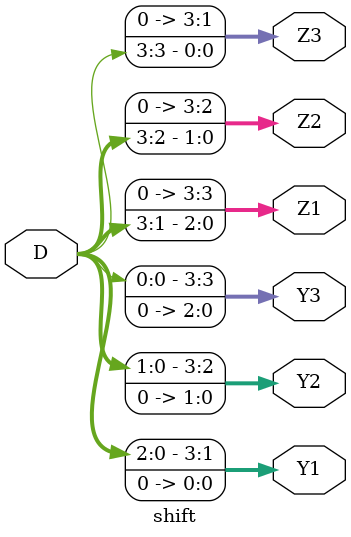
<source format=v>

module shift (D,Y1,Y2,Y3,Z1,Z2,Z3);
input  [3:0] D;			// D ¥|¦ì¤¸¿é¤J
output [3:0] Y1,Y2,Y3,Z1,Z2,Z3;	// Y, Z ¥|¦ì¤¸¿é¥X 
parameter B1 = 1;		// ²¾¦ì¤@¦ì¤¸
parameter B2 = 2;		// ²¾¦ì¤G¦ì¤¸
parameter B3 = 3;		// ²¾¦ì¤T¦ì¤¸

// ¨Ï¥Î²¾¦ì¹Bºâ¤l
assign Y1 = D << B1;	// ¥ª²¾¤@¦ì, ­¼ 2
assign Y2 = D << B2;	// ¥ª²¾¤G¦ì, ­¼ 4
assign Y3 = D << B3;	// ¥ª²¾¤T¦ì, ­¼ 8
assign Z1 = D >> B1;	// ¥k²¾¤@¦ì, °£ 2
assign Z2 = D >> B2;	// ¥k²¾¤G¦ì, °£ 4
assign Z3 = D >> B3;	// ¥k²¾¤T¦ì, °£ 8

endmodule


</source>
